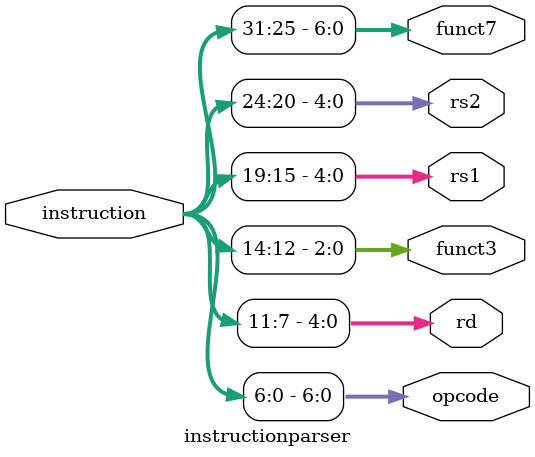
<source format=v>
`timescale 1ns / 1ps

module instructionparser(
  input [31:0] instruction,
  output [6:0] opcode,
  output [4:0] rd,
  output [2:0] funct3,
  output [4:0] rs1,
  output [4:0] rs2,
  output [6:0] funct7
  );
  
  assign opcode = instruction[6:0];
  assign rd = instruction[11:7];
  assign funct3 = instruction[14:12];
  assign rs1 = instruction[19:15];
  assign rs2 = instruction[24:20];
  assign funct7 = instruction[31:25];
  
endmodule
</source>
